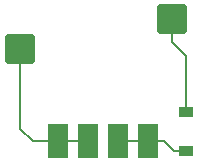
<source format=gbr>
%TF.GenerationSoftware,KiCad,Pcbnew,(6.0.7-1)-1*%
%TF.CreationDate,2022-09-12T14:41:06+08:00*%
%TF.ProjectId,0101-HOTSWAP-KEY,30313031-2d48-44f5-9453-5741502d4b45,V1.0*%
%TF.SameCoordinates,Original*%
%TF.FileFunction,Copper,L2,Bot*%
%TF.FilePolarity,Positive*%
%FSLAX46Y46*%
G04 Gerber Fmt 4.6, Leading zero omitted, Abs format (unit mm)*
G04 Created by KiCad (PCBNEW (6.0.7-1)-1) date 2022-09-12 14:41:06*
%MOMM*%
%LPD*%
G01*
G04 APERTURE LIST*
G04 Aperture macros list*
%AMRoundRect*
0 Rectangle with rounded corners*
0 $1 Rounding radius*
0 $2 $3 $4 $5 $6 $7 $8 $9 X,Y pos of 4 corners*
0 Add a 4 corners polygon primitive as box body*
4,1,4,$2,$3,$4,$5,$6,$7,$8,$9,$2,$3,0*
0 Add four circle primitives for the rounded corners*
1,1,$1+$1,$2,$3*
1,1,$1+$1,$4,$5*
1,1,$1+$1,$6,$7*
1,1,$1+$1,$8,$9*
0 Add four rect primitives between the rounded corners*
20,1,$1+$1,$2,$3,$4,$5,0*
20,1,$1+$1,$4,$5,$6,$7,0*
20,1,$1+$1,$6,$7,$8,$9,0*
20,1,$1+$1,$8,$9,$2,$3,0*%
G04 Aperture macros list end*
%TA.AperFunction,SMDPad,CuDef*%
%ADD10RoundRect,0.250000X-1.025000X-1.000000X1.025000X-1.000000X1.025000X1.000000X-1.025000X1.000000X0*%
%TD*%
%TA.AperFunction,SMDPad,CuDef*%
%ADD11R,1.200000X0.900000*%
%TD*%
%TA.AperFunction,SMDPad,CuDef*%
%ADD12R,1.700000X3.000000*%
%TD*%
%TA.AperFunction,Conductor*%
%ADD13C,0.200000*%
%TD*%
G04 APERTURE END LIST*
D10*
%TO.P,SW1,1,1*%
%TO.N,/KEY_B_IN*%
X5215000Y12340000D03*
%TO.P,SW1,2,2*%
%TO.N,Net-(D1-Pad1)*%
X18142000Y14880000D03*
%TD*%
D11*
%TO.P,D1,1,K*%
%TO.N,Net-(D1-Pad1)*%
X19300000Y6950000D03*
%TO.P,D1,2,A*%
%TO.N,/KEY_A_IN*%
X19300000Y3650000D03*
%TD*%
D12*
%TO.P,J1,1,Pin_1*%
%TO.N,/KEY_B_IN*%
X8490000Y4500000D03*
%TO.P,J1,2,Pin_2*%
X11030000Y4500000D03*
%TO.P,J1,3,Pin_3*%
%TO.N,/KEY_A_IN*%
X13570000Y4500000D03*
%TO.P,J1,4,Pin_4*%
X16110000Y4500000D03*
%TD*%
D13*
%TO.N,Net-(D1-Pad1)*%
X19300000Y11700000D02*
X19300000Y6950000D01*
X18115000Y12885000D02*
X19300000Y11700000D01*
X18115000Y14880000D02*
X18115000Y12885000D01*
%TO.N,/KEY_A_IN*%
X17400000Y4500000D02*
X13570000Y4500000D01*
X19300000Y3650000D02*
X18250000Y3650000D01*
X18250000Y3650000D02*
X17400000Y4500000D01*
%TO.N,/KEY_B_IN*%
X5215000Y12340000D02*
X5215000Y5585000D01*
X6300000Y4500000D02*
X11030000Y4500000D01*
X5215000Y5585000D02*
X6300000Y4500000D01*
%TD*%
M02*

</source>
